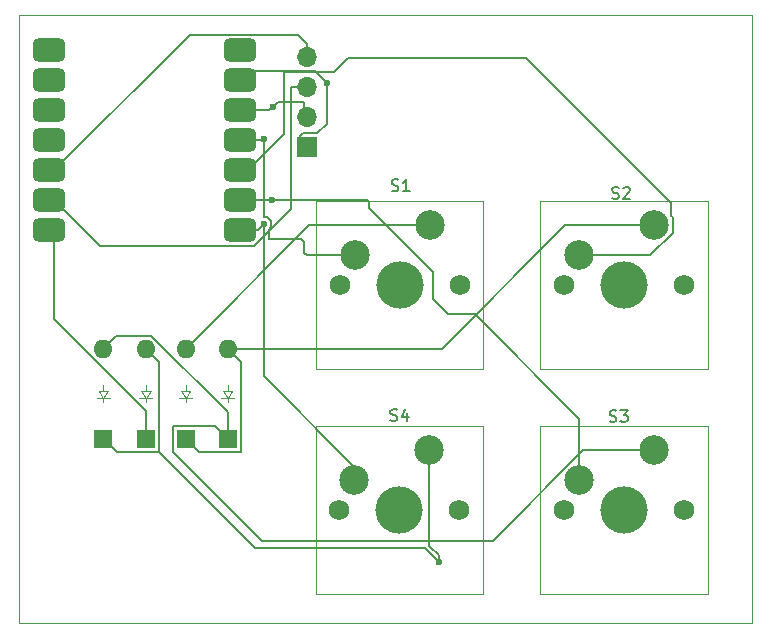
<source format=gbr>
%TF.GenerationSoftware,KiCad,Pcbnew,9.0.7*%
%TF.CreationDate,2026-02-16T16:03:47+05:30*%
%TF.ProjectId,laya's macropad,6c617961-2773-4206-9d61-63726f706164,rev?*%
%TF.SameCoordinates,Original*%
%TF.FileFunction,Profile,NP*%
%FSLAX46Y46*%
G04 Gerber Fmt 4.6, Leading zero omitted, Abs format (unit mm)*
G04 Created by KiCad (PCBNEW 9.0.7) date 2026-02-16 16:03:47*
%MOMM*%
%LPD*%
G01*
G04 APERTURE LIST*
G04 Aperture macros list*
%AMRoundRect*
0 Rectangle with rounded corners*
0 $1 Rounding radius*
0 $2 $3 $4 $5 $6 $7 $8 $9 X,Y pos of 4 corners*
0 Add a 4 corners polygon primitive as box body*
4,1,4,$2,$3,$4,$5,$6,$7,$8,$9,$2,$3,0*
0 Add four circle primitives for the rounded corners*
1,1,$1+$1,$2,$3*
1,1,$1+$1,$4,$5*
1,1,$1+$1,$6,$7*
1,1,$1+$1,$8,$9*
0 Add four rect primitives between the rounded corners*
20,1,$1+$1,$2,$3,$4,$5,0*
20,1,$1+$1,$4,$5,$6,$7,0*
20,1,$1+$1,$6,$7,$8,$9,0*
20,1,$1+$1,$8,$9,$2,$3,0*%
G04 Aperture macros list end*
%TA.AperFunction,Profile*%
%ADD10C,0.050000*%
%TD*%
%TA.AperFunction,ComponentPad*%
%ADD11R,1.600000X1.600000*%
%TD*%
%TA.AperFunction,ComponentPad*%
%ADD12C,1.600000*%
%TD*%
%TA.AperFunction,ComponentPad*%
%ADD13O,1.600000X1.600000*%
%TD*%
%TA.AperFunction,ComponentPad*%
%ADD14C,2.500000*%
%TD*%
%TA.AperFunction,ComponentPad*%
%ADD15R,1.700000X1.700000*%
%TD*%
%TA.AperFunction,ComponentPad*%
%ADD16O,1.700000X1.700000*%
%TD*%
%TA.AperFunction,ViaPad*%
%ADD17C,0.600000*%
%TD*%
%TA.AperFunction,Conductor*%
%ADD18C,0.200000*%
%TD*%
%ADD19R,1.600000X1.600000*%
%ADD20C,1.600000*%
%ADD21O,1.600000X1.600000*%
%ADD22C,1.750000*%
%ADD23C,4.000000*%
%ADD24C,2.500000*%
%ADD25R,1.700000X1.700000*%
%ADD26O,1.700000X1.700000*%
%TA.AperFunction,SMDPad,CuDef*%
%ADD27RoundRect,0.500000X-0.875000X-0.500000X0.875000X-0.500000X0.875000X0.500000X-0.875000X0.500000X0*%
%TD*%
%ADD28RoundRect,0.500000X-0.875000X-0.500000X0.875000X-0.500000X0.875000X0.500000X-0.875000X0.500000X0*%
%ADD29C,0.150000*%
%ADD30C,0.100000*%
%ADD31C,0.120000*%
G04 APERTURE END LIST*
D10*
X131710000Y-46060000D02*
X193770000Y-46060000D01*
X193770000Y-97560000D01*
X131710000Y-97560000D01*
X131710000Y-46060000D01*
D11*
%TO.P,U2,1,PA02_A0_D0*%
%TO.N,unconnected-(U2-PA02_A0_D0-Pad1)_1*%
X134732500Y-49030000D03*
D12*
%TO.P,U2,2,PA4_A1_D1*%
%TO.N,unconnected-(U2-PA4_A1_D1-Pad2)*%
X134732500Y-51570000D03*
%TO.P,U2,3,PA10_A2_D2*%
%TO.N,unconnected-(U2-PA10_A2_D2-Pad3)_1*%
X134732500Y-54110000D03*
%TO.P,U2,4,PA11_A3_D3*%
%TO.N,unconnected-(U2-PA11_A3_D3-Pad4)*%
X134732500Y-56650000D03*
%TO.P,U2,5,PA8_A4_D4_SDA*%
%TO.N,Net-(J1-SDA)*%
X134732500Y-59190000D03*
%TO.P,U2,6,PA9_A5_D5_SCL*%
%TO.N,Net-(J1-SCL)*%
X134732500Y-61730000D03*
%TO.P,U2,7,PB08_A6_D6_TX*%
%TO.N,Net-(D4-K)*%
X134732500Y-64270000D03*
%TO.P,U2,8,PB09_A7_D7_RX*%
%TO.N,Net-(U2-PB09_A7_D7_RX)*%
X149972500Y-64270000D03*
%TO.P,U2,9,PA7_A8_D8_SCK*%
%TO.N,Net-(U2-PA7_A8_D8_SCK)*%
X149972500Y-61730000D03*
%TO.P,U2,10,PA5_A9_D9_MISO*%
%TO.N,Net-(U2-PA5_A9_D9_MISO)*%
X149972500Y-59190000D03*
%TO.P,U2,11,PA6_A10_D10_MOSI*%
%TO.N,Net-(U2-PA6_A10_D10_MOSI)*%
X149972500Y-56650000D03*
%TO.P,U2,12,3V3*%
%TO.N,Net-(J1-VCC)*%
X149972500Y-54110000D03*
%TO.P,U2,13,GND*%
%TO.N,GND*%
X149972500Y-51570000D03*
%TO.P,U2,14,5V*%
%TO.N,unconnected-(U2-5V-Pad14)_1*%
X149972500Y-49030000D03*
%TD*%
D11*
%TO.P,D1,1,K*%
%TO.N,Net-(D1-K)*%
X145850000Y-81900000D03*
D13*
%TO.P,D1,2,A*%
%TO.N,Net-(D1-A)*%
X145850000Y-74280000D03*
%TD*%
D11*
%TO.P,D2,1,K*%
%TO.N,Net-(D2-K)*%
X149400000Y-81900000D03*
D13*
%TO.P,D2,2,A*%
%TO.N,Net-(D1-K)*%
X149400000Y-74280000D03*
%TD*%
D14*
%TO.P,S2,1,1*%
%TO.N,Net-(U2-PA5_A9_D9_MISO)*%
X179173446Y-66360000D03*
%TO.P,S2,2,2*%
%TO.N,Net-(D1-K)*%
X185523446Y-63820000D03*
%TD*%
D11*
%TO.P,D4,1,K*%
%TO.N,Net-(D4-K)*%
X142480000Y-81910000D03*
D13*
%TO.P,D4,2,A*%
%TO.N,Net-(D3-K)*%
X142480000Y-74290000D03*
%TD*%
D15*
%TO.P,J1,1,GND*%
%TO.N,GND*%
X156090000Y-57210000D03*
D16*
%TO.P,J1,2,VCC*%
%TO.N,Net-(J1-VCC)*%
X156090000Y-54670000D03*
%TO.P,J1,3,SCL*%
%TO.N,Net-(J1-SCL)*%
X156090000Y-52130000D03*
%TO.P,J1,4,SDA*%
%TO.N,Net-(J1-SDA)*%
X156090000Y-49590000D03*
%TD*%
D11*
%TO.P,D3,1,K*%
%TO.N,Net-(D3-K)*%
X138890000Y-81900000D03*
D13*
%TO.P,D3,2,A*%
%TO.N,Net-(D2-K)*%
X138890000Y-74280000D03*
%TD*%
D14*
%TO.P,S4,1,1*%
%TO.N,Net-(U2-PB09_A7_D7_RX)*%
X160143446Y-85420000D03*
%TO.P,S4,2,2*%
%TO.N,Net-(D3-K)*%
X166493446Y-82880000D03*
%TD*%
%TO.P,S3,1,1*%
%TO.N,Net-(U2-PA7_A8_D8_SCK)*%
X179183446Y-85420000D03*
%TO.P,S3,2,2*%
%TO.N,Net-(D2-K)*%
X185533446Y-82880000D03*
%TD*%
%TO.P,S1,1,1*%
%TO.N,Net-(U2-PA6_A10_D10_MOSI)*%
X160153446Y-66360000D03*
%TO.P,S1,2,2*%
%TO.N,Net-(D1-A)*%
X166503446Y-63820000D03*
%TD*%
D17*
%TO.N,GND*%
X157800000Y-51820000D03*
%TO.N,Net-(D3-K)*%
X167293446Y-92360000D03*
%TO.N,Net-(J1-VCC)*%
X153210000Y-53820000D03*
%TO.N,Net-(U2-PA7_A8_D8_SCK)*%
X153180000Y-61740000D03*
%TO.N,Net-(U2-PB09_A7_D7_RX)*%
X152480000Y-63760000D03*
%TO.N,Net-(U2-PA6_A10_D10_MOSI)*%
X152520000Y-56500000D03*
%TD*%
D18*
%TO.N,GND*%
X150722500Y-50820000D02*
X149972500Y-51570000D01*
X156800000Y-50820000D02*
X150722500Y-50820000D01*
X157800000Y-51820000D02*
X156800000Y-50820000D01*
%TO.N,Net-(U2-PA6_A10_D10_MOSI)*%
X155649972Y-65049972D02*
X155869986Y-65269986D01*
X152881000Y-65049972D02*
X155649972Y-65049972D01*
X152881000Y-64208943D02*
X152881000Y-65049972D01*
X153081000Y-63511057D02*
X153081000Y-64008943D01*
X153081000Y-64008943D02*
X152881000Y-64208943D01*
X152520000Y-63159000D02*
X152728943Y-63159000D01*
X152520000Y-56500000D02*
X152520000Y-63159000D01*
X152728943Y-63159000D02*
X153081000Y-63511057D01*
X156090000Y-66360000D02*
X160153446Y-66360000D01*
X155869986Y-65269986D02*
X155869986Y-66130042D01*
X155900000Y-66170000D02*
X156090000Y-66360000D01*
%TO.N,Net-(J1-VCC)*%
X155910000Y-53370000D02*
X155910000Y-54490000D01*
X155910000Y-54490000D02*
X156090000Y-54670000D01*
X153660000Y-53370000D02*
X155910000Y-53370000D01*
X153210000Y-53820000D02*
X153660000Y-53370000D01*
%TO.N,Net-(U2-PA7_A8_D8_SCK)*%
X179183446Y-80233446D02*
X179183446Y-85420000D01*
X166780000Y-70110000D02*
X168040000Y-71370000D01*
X170320000Y-71370000D02*
X179183446Y-80233446D01*
X161358262Y-62408262D02*
X166780000Y-67830000D01*
X166780000Y-67830000D02*
X166780000Y-70110000D01*
X161358262Y-61853446D02*
X161358262Y-62408262D01*
X161244816Y-61740000D02*
X161358262Y-61853446D01*
X168040000Y-71370000D02*
X170320000Y-71370000D01*
X153180000Y-61740000D02*
X161244816Y-61740000D01*
%TO.N,Net-(D3-K)*%
X166493446Y-90960000D02*
X166493446Y-82880000D01*
X167293446Y-91760000D02*
X166493446Y-90960000D01*
X167293446Y-92360000D02*
X167293446Y-91760000D01*
%TO.N,Net-(U2-PB09_A7_D7_RX)*%
X152480000Y-63760000D02*
X152480000Y-76640000D01*
X152480000Y-76640000D02*
X160030000Y-84190000D01*
%TD*%
D19*
%TO.C,U2*%
X134732500Y-49030000D03*
D20*
X134732500Y-51570000D03*
X134732500Y-54110000D03*
X134732500Y-56650000D03*
X134732500Y-59190000D03*
X134732500Y-61730000D03*
X134732500Y-64270000D03*
X149972500Y-64270000D03*
X149972500Y-61730000D03*
X149972500Y-59190000D03*
X149972500Y-56650000D03*
X149972500Y-54110000D03*
X149972500Y-51570000D03*
X149972500Y-49030000D03*
%TD*%
D19*
%TO.C,D1*%
X145850000Y-81900000D03*
D21*
X145850000Y-74280000D03*
%TD*%
D19*
%TO.C,D2*%
X149400000Y-81900000D03*
D21*
X149400000Y-74280000D03*
%TD*%
D22*
%TO.C,S2*%
X177903446Y-68900000D03*
D23*
X182983446Y-68900000D03*
D22*
X188063446Y-68900000D03*
D24*
X179173446Y-66360000D03*
X185523446Y-63820000D03*
%TD*%
D19*
%TO.C,D4*%
X142480000Y-81910000D03*
D21*
X142480000Y-74290000D03*
%TD*%
D25*
%TO.C,J1*%
X156090000Y-57210000D03*
D26*
X156090000Y-54670000D03*
X156090000Y-52130000D03*
X156090000Y-49590000D03*
%TD*%
D19*
%TO.C,D3*%
X138890000Y-81900000D03*
D21*
X138890000Y-74280000D03*
%TD*%
D22*
%TO.C,S4*%
X158873446Y-87960000D03*
D23*
X163953446Y-87960000D03*
D22*
X169033446Y-87960000D03*
D24*
X160143446Y-85420000D03*
X166493446Y-82880000D03*
%TD*%
D22*
%TO.C,S3*%
X177913446Y-87960000D03*
D23*
X182993446Y-87960000D03*
D22*
X188073446Y-87960000D03*
D24*
X179183446Y-85420000D03*
X185533446Y-82880000D03*
%TD*%
D22*
%TO.C,S1*%
X158883446Y-68900000D03*
D23*
X163963446Y-68900000D03*
D22*
X169043446Y-68900000D03*
D24*
X160153446Y-66360000D03*
X166503446Y-63820000D03*
%TD*%
D27*
%TO.P,U2,1,PA02_A0_D0*%
%TO.N,unconnected-(U2-PA02_A0_D0-Pad1)*%
X134287500Y-49030000D03*
D11*
%TO.N,unconnected-(U2-PA02_A0_D0-Pad1)_1*%
X134732500Y-49030000D03*
D27*
%TO.P,U2,2,PA4_A1_D1*%
%TO.N,unconnected-(U2-PA4_A1_D1-Pad2)_1*%
X134287500Y-51570000D03*
D12*
%TO.N,unconnected-(U2-PA4_A1_D1-Pad2)*%
X134732500Y-51570000D03*
D27*
%TO.P,U2,3,PA10_A2_D2*%
%TO.N,unconnected-(U2-PA10_A2_D2-Pad3)*%
X134287500Y-54110000D03*
D12*
%TO.N,unconnected-(U2-PA10_A2_D2-Pad3)_1*%
X134732500Y-54110000D03*
D27*
%TO.P,U2,4,PA11_A3_D3*%
%TO.N,unconnected-(U2-PA11_A3_D3-Pad4)_1*%
X134287500Y-56650000D03*
D12*
%TO.N,unconnected-(U2-PA11_A3_D3-Pad4)*%
X134732500Y-56650000D03*
D27*
%TO.P,U2,5,PA8_A4_D4_SDA*%
%TO.N,Net-(J1-SDA)*%
X134287500Y-59190000D03*
D12*
X134732500Y-59190000D03*
D27*
%TO.P,U2,6,PA9_A5_D5_SCL*%
%TO.N,Net-(J1-SCL)*%
X134287500Y-61730000D03*
D12*
X134732500Y-61730000D03*
D27*
%TO.P,U2,7,PB08_A6_D6_TX*%
%TO.N,Net-(D4-K)*%
X134287500Y-64270000D03*
D12*
X134732500Y-64270000D03*
%TO.P,U2,8,PB09_A7_D7_RX*%
%TO.N,Net-(U2-PB09_A7_D7_RX)*%
X149972500Y-64270000D03*
D27*
X150452500Y-64270000D03*
D12*
%TO.P,U2,9,PA7_A8_D8_SCK*%
%TO.N,Net-(U2-PA7_A8_D8_SCK)*%
X149972500Y-61730000D03*
D27*
X150452500Y-61730000D03*
D12*
%TO.P,U2,10,PA5_A9_D9_MISO*%
%TO.N,Net-(U2-PA5_A9_D9_MISO)*%
X149972500Y-59190000D03*
D27*
X150452500Y-59190000D03*
D12*
%TO.P,U2,11,PA6_A10_D10_MOSI*%
%TO.N,Net-(U2-PA6_A10_D10_MOSI)*%
X149972500Y-56650000D03*
D27*
X150452500Y-56650000D03*
D12*
%TO.P,U2,12,3V3*%
%TO.N,Net-(J1-VCC)*%
X149972500Y-54110000D03*
D27*
X150452500Y-54110000D03*
D12*
%TO.P,U2,13,GND*%
%TO.N,GND*%
X149972500Y-51570000D03*
D27*
X150452500Y-51570000D03*
D12*
%TO.P,U2,14,5V*%
%TO.N,unconnected-(U2-5V-Pad14)_1*%
X149972500Y-49030000D03*
D27*
%TO.N,unconnected-(U2-5V-Pad14)*%
X150452500Y-49030000D03*
%TD*%
D11*
%TO.P,D1,1,K*%
%TO.N,Net-(D1-K)*%
X145850000Y-81900000D03*
D13*
%TO.P,D1,2,A*%
%TO.N,Net-(D1-A)*%
X145850000Y-74280000D03*
%TD*%
D11*
%TO.P,D2,1,K*%
%TO.N,Net-(D2-K)*%
X149400000Y-81900000D03*
D13*
%TO.P,D2,2,A*%
%TO.N,Net-(D1-K)*%
X149400000Y-74280000D03*
%TD*%
D14*
%TO.P,S2,1,1*%
%TO.N,Net-(U2-PA5_A9_D9_MISO)*%
X179173446Y-66360000D03*
%TO.P,S2,2,2*%
%TO.N,Net-(D1-K)*%
X185523446Y-63820000D03*
%TD*%
D11*
%TO.P,D4,1,K*%
%TO.N,Net-(D4-K)*%
X142480000Y-81910000D03*
D13*
%TO.P,D4,2,A*%
%TO.N,Net-(D3-K)*%
X142480000Y-74290000D03*
%TD*%
D15*
%TO.P,J1,1,GND*%
%TO.N,GND*%
X156090000Y-57210000D03*
D16*
%TO.P,J1,2,VCC*%
%TO.N,Net-(J1-VCC)*%
X156090000Y-54670000D03*
%TO.P,J1,3,SCL*%
%TO.N,Net-(J1-SCL)*%
X156090000Y-52130000D03*
%TO.P,J1,4,SDA*%
%TO.N,Net-(J1-SDA)*%
X156090000Y-49590000D03*
%TD*%
D11*
%TO.P,D3,1,K*%
%TO.N,Net-(D3-K)*%
X138890000Y-81900000D03*
D13*
%TO.P,D3,2,A*%
%TO.N,Net-(D2-K)*%
X138890000Y-74280000D03*
%TD*%
D14*
%TO.P,S4,1,1*%
%TO.N,Net-(U2-PB09_A7_D7_RX)*%
X160143446Y-85420000D03*
%TO.P,S4,2,2*%
%TO.N,Net-(D3-K)*%
X166493446Y-82880000D03*
%TD*%
%TO.P,S3,1,1*%
%TO.N,Net-(U2-PA7_A8_D8_SCK)*%
X179183446Y-85420000D03*
%TO.P,S3,2,2*%
%TO.N,Net-(D2-K)*%
X185533446Y-82880000D03*
%TD*%
%TO.P,S1,1,1*%
%TO.N,Net-(U2-PA6_A10_D10_MOSI)*%
X160153446Y-66360000D03*
%TO.P,S1,2,2*%
%TO.N,Net-(D1-A)*%
X166503446Y-63820000D03*
%TD*%
D17*
%TO.N,GND*%
X157800000Y-51820000D03*
%TO.N,Net-(D3-K)*%
X167293446Y-92360000D03*
%TO.N,Net-(J1-VCC)*%
X153210000Y-53820000D03*
%TO.N,Net-(U2-PA7_A8_D8_SCK)*%
X153180000Y-61740000D03*
%TO.N,Net-(U2-PB09_A7_D7_RX)*%
X152480000Y-63760000D03*
%TO.N,Net-(U2-PA6_A10_D10_MOSI)*%
X152520000Y-56500000D03*
%TD*%
D18*
%TO.N,Net-(J1-SCL)*%
X154759000Y-62478558D02*
X154759000Y-52130000D01*
X151666558Y-65571000D02*
X154759000Y-62478558D01*
X138573500Y-65571000D02*
X151666558Y-65571000D01*
X154759000Y-52130000D02*
X156090000Y-52130000D01*
X134732500Y-61730000D02*
X138573500Y-65571000D01*
%TO.N,GND*%
X155540000Y-56660000D02*
X156090000Y-57210000D01*
X155540000Y-56280000D02*
X155540000Y-56660000D01*
X157790000Y-55240000D02*
X157010000Y-56020000D01*
X157790000Y-51830000D02*
X157790000Y-55240000D01*
X157010000Y-56020000D02*
X155800000Y-56020000D01*
X155800000Y-56020000D02*
X155540000Y-56280000D01*
X157800000Y-51820000D02*
X157790000Y-51830000D01*
%TO.N,Net-(D1-A)*%
X156310000Y-63820000D02*
X166503446Y-63820000D01*
X145850000Y-74280000D02*
X156310000Y-63820000D01*
%TO.N,Net-(J1-SDA)*%
X156090000Y-48470000D02*
X156090000Y-49278000D01*
X155349000Y-47729000D02*
X156090000Y-48470000D01*
X146193500Y-47729000D02*
X155349000Y-47729000D01*
X134732500Y-59190000D02*
X146193500Y-47729000D01*
%TO.N,Net-(U2-PA5_A9_D9_MISO)*%
X151103870Y-59190000D02*
X149972500Y-59190000D01*
X154170000Y-56123870D02*
X151103870Y-59190000D01*
X154170000Y-50942240D02*
X154170000Y-56123870D01*
X154252240Y-50860000D02*
X154170000Y-50942240D01*
X158380000Y-50860000D02*
X154252240Y-50860000D01*
X186961000Y-63064108D02*
X186961000Y-61947554D01*
X187074446Y-64462446D02*
X187074446Y-63177554D01*
X185176892Y-66360000D02*
X187074446Y-64462446D01*
X159561000Y-49679000D02*
X158380000Y-50860000D01*
X179173446Y-66360000D02*
X185176892Y-66360000D01*
X187074446Y-63177554D02*
X186961000Y-63064108D01*
X186961000Y-61947554D02*
X174692446Y-49679000D01*
X174692446Y-49679000D02*
X159561000Y-49679000D01*
%TO.N,Net-(D1-K)*%
X167520000Y-74280000D02*
X177980000Y-63820000D01*
X149400000Y-74280000D02*
X167520000Y-74280000D01*
X177980000Y-63820000D02*
X185523446Y-63820000D01*
%TO.N,Net-(J1-SCL)*%
X155910000Y-51950000D02*
X156090000Y-52130000D01*
%TO.N,Net-(D1-K)*%
X145850000Y-81900000D02*
X146951000Y-83001000D01*
X150501000Y-75381000D02*
X149400000Y-74280000D01*
X150501000Y-83001000D02*
X150501000Y-75381000D01*
X146951000Y-83001000D02*
X150501000Y-83001000D01*
%TO.N,Net-(D2-K)*%
X139981000Y-73189000D02*
X142936050Y-73189000D01*
X149400000Y-79652950D02*
X149400000Y-81900000D01*
X142936050Y-73189000D02*
X149400000Y-79652950D01*
X138890000Y-74280000D02*
X139981000Y-73189000D01*
%TO.N,Net-(D3-K)*%
X143581000Y-75391000D02*
X142480000Y-74290000D01*
X143581000Y-83011000D02*
X143581000Y-75391000D01*
X140001000Y-83011000D02*
X143581000Y-83011000D01*
X138890000Y-81900000D02*
X140001000Y-83011000D01*
%TO.N,Net-(D4-K)*%
X134732500Y-71782500D02*
X142480000Y-79530000D01*
X142480000Y-79530000D02*
X142480000Y-81910000D01*
X134732500Y-64270000D02*
X134732500Y-71782500D01*
%TO.N,Net-(J1-VCC)*%
X152920000Y-54110000D02*
X153210000Y-53820000D01*
X149972500Y-54110000D02*
X152920000Y-54110000D01*
%TO.N,Net-(U2-PA7_A8_D8_SCK)*%
X153170000Y-61730000D02*
X153180000Y-61740000D01*
X149972500Y-61730000D02*
X153170000Y-61730000D01*
%TO.N,Net-(U2-PB09_A7_D7_RX)*%
X150452500Y-64270000D02*
X151970000Y-64270000D01*
X151970000Y-64270000D02*
X152480000Y-63760000D01*
%TO.N,Net-(U2-PA6_A10_D10_MOSI)*%
X152370000Y-56650000D02*
X152520000Y-56500000D01*
X149972500Y-56650000D02*
X152370000Y-56650000D01*
%TO.N,Net-(D3-K)*%
X143581000Y-83011000D02*
X151700000Y-91130000D01*
X151700000Y-91130000D02*
X166120000Y-91130000D01*
X166120000Y-91186554D02*
X167293446Y-92360000D01*
X166120000Y-91130000D02*
X166120000Y-91186554D01*
%TO.N,Net-(D2-K)*%
X149400000Y-81900000D02*
X148299000Y-80799000D01*
X171870000Y-90560000D02*
X171870000Y-90540000D01*
X148299000Y-80799000D02*
X144749000Y-80799000D01*
X144749000Y-83001000D02*
X152308000Y-90560000D01*
X144749000Y-80799000D02*
X144749000Y-83001000D01*
X179530000Y-82880000D02*
X185533446Y-82880000D01*
X152308000Y-90560000D02*
X171870000Y-90560000D01*
X171870000Y-90540000D02*
X179530000Y-82880000D01*
%TD*%
D28*
%TO.C,U2*%
X134287500Y-49030000D03*
D19*
X134732500Y-49030000D03*
D28*
X134287500Y-51570000D03*
D20*
X134732500Y-51570000D03*
D28*
X134287500Y-54110000D03*
D20*
X134732500Y-54110000D03*
D28*
X134287500Y-56650000D03*
D20*
X134732500Y-56650000D03*
D28*
X134287500Y-59190000D03*
D20*
X134732500Y-59190000D03*
D28*
X134287500Y-61730000D03*
D20*
X134732500Y-61730000D03*
D28*
X134287500Y-64270000D03*
D20*
X134732500Y-64270000D03*
X149972500Y-64270000D03*
D28*
X150452500Y-64270000D03*
D20*
X149972500Y-61730000D03*
D28*
X150452500Y-61730000D03*
D20*
X149972500Y-59190000D03*
D28*
X150452500Y-59190000D03*
D20*
X149972500Y-56650000D03*
D28*
X150452500Y-56650000D03*
D20*
X149972500Y-54110000D03*
D28*
X150452500Y-54110000D03*
D20*
X149972500Y-51570000D03*
D28*
X150452500Y-51570000D03*
D20*
X149972500Y-49030000D03*
D28*
X150452500Y-49030000D03*
%TD*%
D19*
%TO.C,D1*%
X145850000Y-81900000D03*
D21*
X145850000Y-74280000D03*
%TD*%
D19*
%TO.C,D2*%
X149400000Y-81900000D03*
D21*
X149400000Y-74280000D03*
%TD*%
D22*
%TO.C,S2*%
X177903446Y-68900000D03*
D23*
X182983446Y-68900000D03*
D22*
X188063446Y-68900000D03*
D24*
X179173446Y-66360000D03*
X185523446Y-63820000D03*
%TD*%
D19*
%TO.C,D4*%
X142480000Y-81910000D03*
D21*
X142480000Y-74290000D03*
%TD*%
D25*
%TO.C,J1*%
X156090000Y-57210000D03*
D26*
X156090000Y-54670000D03*
X156090000Y-52130000D03*
X156090000Y-49590000D03*
%TD*%
D19*
%TO.C,D3*%
X138890000Y-81900000D03*
D21*
X138890000Y-74280000D03*
%TD*%
D22*
%TO.C,S4*%
X158873446Y-87960000D03*
D23*
X163953446Y-87960000D03*
D22*
X169033446Y-87960000D03*
D24*
X160143446Y-85420000D03*
X166493446Y-82880000D03*
%TD*%
D22*
%TO.C,S3*%
X177913446Y-87960000D03*
D23*
X182993446Y-87960000D03*
D22*
X188073446Y-87960000D03*
D24*
X179183446Y-85420000D03*
X185533446Y-82880000D03*
%TD*%
D22*
%TO.C,S1*%
X158883446Y-68900000D03*
D23*
X163963446Y-68900000D03*
D22*
X169043446Y-68900000D03*
D24*
X160153446Y-66360000D03*
X166503446Y-63820000D03*
%TD*%
D28*
%TO.C,U2*%
X134287500Y-49030000D03*
X134287500Y-51570000D03*
X134287500Y-54110000D03*
X134287500Y-56650000D03*
X134287500Y-59190000D03*
X134287500Y-61730000D03*
X134287500Y-64270000D03*
X150452500Y-64270000D03*
X150452500Y-61730000D03*
X150452500Y-59190000D03*
X150452500Y-56650000D03*
X150452500Y-54110000D03*
X150452500Y-51570000D03*
X150452500Y-49030000D03*
%TD*%
D29*
X181951541Y-61567200D02*
X182094398Y-61614819D01*
X182094398Y-61614819D02*
X182332493Y-61614819D01*
X182332493Y-61614819D02*
X182427731Y-61567200D01*
X182427731Y-61567200D02*
X182475350Y-61519580D01*
X182475350Y-61519580D02*
X182522969Y-61424342D01*
X182522969Y-61424342D02*
X182522969Y-61329104D01*
X182522969Y-61329104D02*
X182475350Y-61233866D01*
X182475350Y-61233866D02*
X182427731Y-61186247D01*
X182427731Y-61186247D02*
X182332493Y-61138628D01*
X182332493Y-61138628D02*
X182142017Y-61091009D01*
X182142017Y-61091009D02*
X182046779Y-61043390D01*
X182046779Y-61043390D02*
X181999160Y-60995771D01*
X181999160Y-60995771D02*
X181951541Y-60900533D01*
X181951541Y-60900533D02*
X181951541Y-60805295D01*
X181951541Y-60805295D02*
X181999160Y-60710057D01*
X181999160Y-60710057D02*
X182046779Y-60662438D01*
X182046779Y-60662438D02*
X182142017Y-60614819D01*
X182142017Y-60614819D02*
X182380112Y-60614819D01*
X182380112Y-60614819D02*
X182522969Y-60662438D01*
X182903922Y-60710057D02*
X182951541Y-60662438D01*
X182951541Y-60662438D02*
X183046779Y-60614819D01*
X183046779Y-60614819D02*
X183284874Y-60614819D01*
X183284874Y-60614819D02*
X183380112Y-60662438D01*
X183380112Y-60662438D02*
X183427731Y-60710057D01*
X183427731Y-60710057D02*
X183475350Y-60805295D01*
X183475350Y-60805295D02*
X183475350Y-60900533D01*
X183475350Y-60900533D02*
X183427731Y-61043390D01*
X183427731Y-61043390D02*
X182856303Y-61614819D01*
X182856303Y-61614819D02*
X183475350Y-61614819D01*
X163191541Y-80367200D02*
X163334398Y-80414819D01*
X163334398Y-80414819D02*
X163572493Y-80414819D01*
X163572493Y-80414819D02*
X163667731Y-80367200D01*
X163667731Y-80367200D02*
X163715350Y-80319580D01*
X163715350Y-80319580D02*
X163762969Y-80224342D01*
X163762969Y-80224342D02*
X163762969Y-80129104D01*
X163762969Y-80129104D02*
X163715350Y-80033866D01*
X163715350Y-80033866D02*
X163667731Y-79986247D01*
X163667731Y-79986247D02*
X163572493Y-79938628D01*
X163572493Y-79938628D02*
X163382017Y-79891009D01*
X163382017Y-79891009D02*
X163286779Y-79843390D01*
X163286779Y-79843390D02*
X163239160Y-79795771D01*
X163239160Y-79795771D02*
X163191541Y-79700533D01*
X163191541Y-79700533D02*
X163191541Y-79605295D01*
X163191541Y-79605295D02*
X163239160Y-79510057D01*
X163239160Y-79510057D02*
X163286779Y-79462438D01*
X163286779Y-79462438D02*
X163382017Y-79414819D01*
X163382017Y-79414819D02*
X163620112Y-79414819D01*
X163620112Y-79414819D02*
X163762969Y-79462438D01*
X164620112Y-79748152D02*
X164620112Y-80414819D01*
X164382017Y-79367200D02*
X164143922Y-80081485D01*
X164143922Y-80081485D02*
X164762969Y-80081485D01*
X181741541Y-80457200D02*
X181884398Y-80504819D01*
X181884398Y-80504819D02*
X182122493Y-80504819D01*
X182122493Y-80504819D02*
X182217731Y-80457200D01*
X182217731Y-80457200D02*
X182265350Y-80409580D01*
X182265350Y-80409580D02*
X182312969Y-80314342D01*
X182312969Y-80314342D02*
X182312969Y-80219104D01*
X182312969Y-80219104D02*
X182265350Y-80123866D01*
X182265350Y-80123866D02*
X182217731Y-80076247D01*
X182217731Y-80076247D02*
X182122493Y-80028628D01*
X182122493Y-80028628D02*
X181932017Y-79981009D01*
X181932017Y-79981009D02*
X181836779Y-79933390D01*
X181836779Y-79933390D02*
X181789160Y-79885771D01*
X181789160Y-79885771D02*
X181741541Y-79790533D01*
X181741541Y-79790533D02*
X181741541Y-79695295D01*
X181741541Y-79695295D02*
X181789160Y-79600057D01*
X181789160Y-79600057D02*
X181836779Y-79552438D01*
X181836779Y-79552438D02*
X181932017Y-79504819D01*
X181932017Y-79504819D02*
X182170112Y-79504819D01*
X182170112Y-79504819D02*
X182312969Y-79552438D01*
X182646303Y-79504819D02*
X183265350Y-79504819D01*
X183265350Y-79504819D02*
X182932017Y-79885771D01*
X182932017Y-79885771D02*
X183074874Y-79885771D01*
X183074874Y-79885771D02*
X183170112Y-79933390D01*
X183170112Y-79933390D02*
X183217731Y-79981009D01*
X183217731Y-79981009D02*
X183265350Y-80076247D01*
X183265350Y-80076247D02*
X183265350Y-80314342D01*
X183265350Y-80314342D02*
X183217731Y-80409580D01*
X183217731Y-80409580D02*
X183170112Y-80457200D01*
X183170112Y-80457200D02*
X183074874Y-80504819D01*
X183074874Y-80504819D02*
X182789160Y-80504819D01*
X182789160Y-80504819D02*
X182693922Y-80457200D01*
X182693922Y-80457200D02*
X182646303Y-80409580D01*
X163291541Y-60907200D02*
X163434398Y-60954819D01*
X163434398Y-60954819D02*
X163672493Y-60954819D01*
X163672493Y-60954819D02*
X163767731Y-60907200D01*
X163767731Y-60907200D02*
X163815350Y-60859580D01*
X163815350Y-60859580D02*
X163862969Y-60764342D01*
X163862969Y-60764342D02*
X163862969Y-60669104D01*
X163862969Y-60669104D02*
X163815350Y-60573866D01*
X163815350Y-60573866D02*
X163767731Y-60526247D01*
X163767731Y-60526247D02*
X163672493Y-60478628D01*
X163672493Y-60478628D02*
X163482017Y-60431009D01*
X163482017Y-60431009D02*
X163386779Y-60383390D01*
X163386779Y-60383390D02*
X163339160Y-60335771D01*
X163339160Y-60335771D02*
X163291541Y-60240533D01*
X163291541Y-60240533D02*
X163291541Y-60145295D01*
X163291541Y-60145295D02*
X163339160Y-60050057D01*
X163339160Y-60050057D02*
X163386779Y-60002438D01*
X163386779Y-60002438D02*
X163482017Y-59954819D01*
X163482017Y-59954819D02*
X163720112Y-59954819D01*
X163720112Y-59954819D02*
X163862969Y-60002438D01*
X164815350Y-60954819D02*
X164243922Y-60954819D01*
X164529636Y-60954819D02*
X164529636Y-59954819D01*
X164529636Y-59954819D02*
X164434398Y-60097676D01*
X164434398Y-60097676D02*
X164339160Y-60192914D01*
X164339160Y-60192914D02*
X164243922Y-60240533D01*
D30*
%TO.C,D1*%
X145300000Y-78440000D02*
X146400000Y-78440000D01*
X145450000Y-77840000D02*
X146250000Y-77840000D01*
X145850000Y-77840000D02*
X145850000Y-77340000D01*
X145850000Y-78440000D02*
X145450000Y-77840000D01*
X145850000Y-78840000D02*
X145850000Y-78440000D01*
X146250000Y-77840000D02*
X145850000Y-78440000D01*
%TO.C,D2*%
X148850000Y-78440000D02*
X149950000Y-78440000D01*
X149000000Y-77840000D02*
X149800000Y-77840000D01*
X149400000Y-77840000D02*
X149400000Y-77340000D01*
X149400000Y-78440000D02*
X149000000Y-77840000D01*
X149400000Y-78840000D02*
X149400000Y-78440000D01*
X149800000Y-77840000D02*
X149400000Y-78440000D01*
D31*
%TO.C,S2*%
X175883446Y-61800000D02*
X175883446Y-76000000D01*
X175883446Y-76000000D02*
X190083446Y-76000000D01*
X190083446Y-61800000D02*
X175883446Y-61800000D01*
X190083446Y-76000000D02*
X190083446Y-61800000D01*
D30*
%TO.C,D4*%
X141930000Y-78450000D02*
X143030000Y-78450000D01*
X142080000Y-77850000D02*
X142880000Y-77850000D01*
X142480000Y-77850000D02*
X142480000Y-77350000D01*
X142480000Y-78450000D02*
X142080000Y-77850000D01*
X142480000Y-78850000D02*
X142480000Y-78450000D01*
X142880000Y-77850000D02*
X142480000Y-78450000D01*
%TO.C,D3*%
X138340000Y-78440000D02*
X139440000Y-78440000D01*
X138490000Y-77840000D02*
X139290000Y-77840000D01*
X138890000Y-77840000D02*
X138890000Y-77340000D01*
X138890000Y-78440000D02*
X138490000Y-77840000D01*
X138890000Y-78840000D02*
X138890000Y-78440000D01*
X139290000Y-77840000D02*
X138890000Y-78440000D01*
D31*
%TO.C,S4*%
X156853446Y-80860000D02*
X156853446Y-95060000D01*
X156853446Y-95060000D02*
X171053446Y-95060000D01*
X171053446Y-80860000D02*
X156853446Y-80860000D01*
X171053446Y-95060000D02*
X171053446Y-80860000D01*
%TO.C,S3*%
X175893446Y-80860000D02*
X175893446Y-95060000D01*
X175893446Y-95060000D02*
X190093446Y-95060000D01*
X190093446Y-80860000D02*
X175893446Y-80860000D01*
X190093446Y-95060000D02*
X190093446Y-80860000D01*
%TO.C,S1*%
X156863446Y-61800000D02*
X156863446Y-76000000D01*
X156863446Y-76000000D02*
X171063446Y-76000000D01*
X171063446Y-61800000D02*
X156863446Y-61800000D01*
X171063446Y-76000000D02*
X171063446Y-61800000D01*
%TD*%
M02*

</source>
